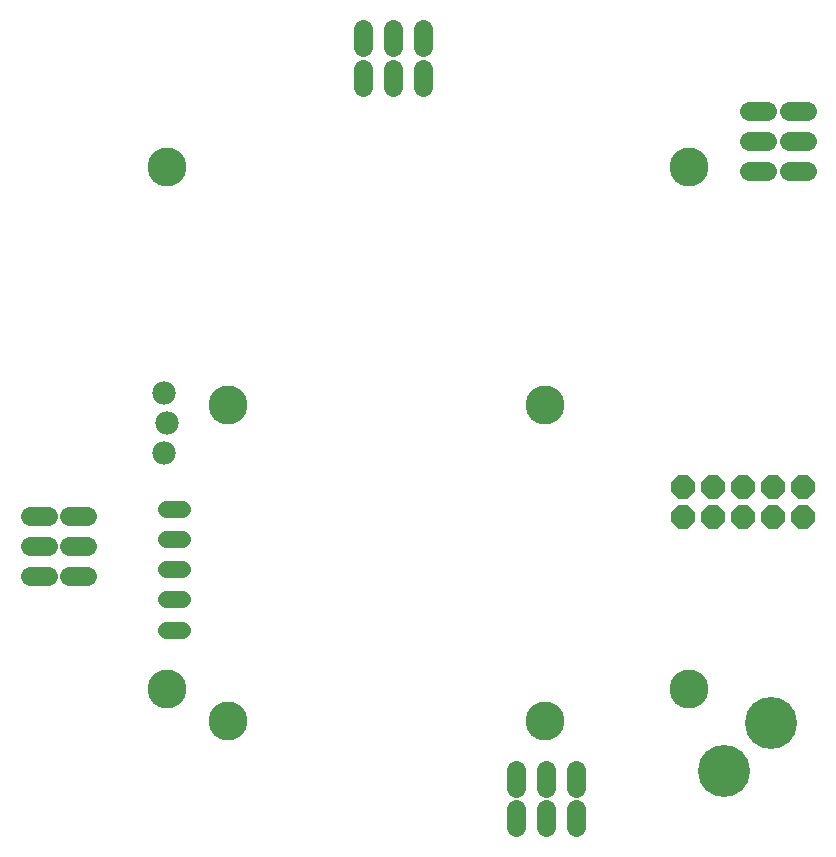
<source format=gbs>
G75*
%MOIN*%
%OFA0B0*%
%FSLAX24Y24*%
%IPPOS*%
%LPD*%
%AMOC8*
5,1,8,0,0,1.08239X$1,22.5*
%
%ADD10C,0.1300*%
%ADD11C,0.0640*%
%ADD12OC8,0.0780*%
%ADD13C,0.0571*%
%ADD14C,0.0780*%
%ADD15C,0.1733*%
D10*
X005979Y005429D03*
X007987Y004366D03*
X007987Y014917D03*
X005979Y022830D03*
X018577Y014917D03*
X023380Y022830D03*
X023380Y005429D03*
X018577Y004366D03*
D11*
X018617Y002722D02*
X018617Y002122D01*
X018617Y001437D02*
X018617Y000837D01*
X019617Y000837D02*
X019617Y001437D01*
X019617Y002122D02*
X019617Y002722D01*
X017617Y002722D02*
X017617Y002122D01*
X017617Y001437D02*
X017617Y000837D01*
X003287Y009193D02*
X002687Y009193D01*
X001987Y009193D02*
X001387Y009193D01*
X001387Y010193D02*
X001987Y010193D01*
X002687Y010193D02*
X003287Y010193D01*
X003287Y011193D02*
X002687Y011193D01*
X001987Y011193D02*
X001387Y011193D01*
X012502Y025497D02*
X012502Y026097D01*
X012498Y026822D02*
X012498Y027422D01*
X013498Y027422D02*
X013498Y026822D01*
X013502Y026097D02*
X013502Y025497D01*
X014502Y025497D02*
X014502Y026097D01*
X014498Y026822D02*
X014498Y027422D01*
X025383Y024696D02*
X025983Y024696D01*
X026702Y024696D02*
X027302Y024696D01*
X027302Y023696D02*
X026702Y023696D01*
X025983Y023696D02*
X025383Y023696D01*
X025383Y022696D02*
X025983Y022696D01*
X026702Y022696D02*
X027302Y022696D01*
D12*
X027162Y012158D03*
X027162Y011158D03*
X026162Y011158D03*
X025162Y011158D03*
X024162Y011158D03*
X023162Y011158D03*
X023162Y012158D03*
X024162Y012158D03*
X025162Y012158D03*
X026162Y012158D03*
D13*
X006470Y011423D02*
X005939Y011423D01*
X005939Y010423D02*
X006470Y010423D01*
X006470Y009423D02*
X005939Y009423D01*
X005939Y008423D02*
X006470Y008423D01*
X006474Y007415D02*
X005943Y007415D01*
D14*
X005879Y013295D03*
X005979Y014295D03*
X005879Y015295D03*
D15*
X024522Y002712D03*
X026097Y004287D03*
M02*

</source>
